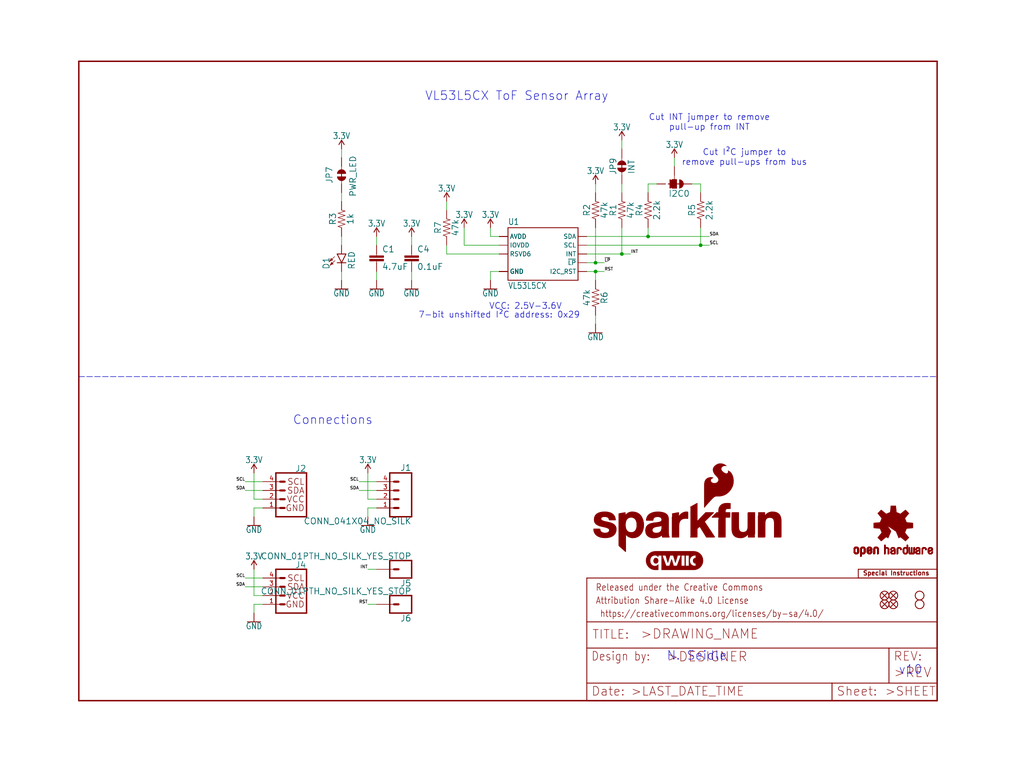
<source format=kicad_sch>
(kicad_sch (version 20211123) (generator eeschema)
  (paper "User" 297.002 223.926)
  (lib_symbols
    (symbol "schematicEagle-eagle-import:0.1UF-0402T-6.3V-10%-X7R"
      (property "Reference" "C" (at 1.524 2.921 0))
      (property "Value" "0.1UF-0402T-6.3V-10%-X7R" (at 1.524 -2.159 0))
      (symbol "0.1UF-0402T-6.3V-10%-X7R_1_0"
        (pin passive line (at 0 5.08 270) (length 2.54) (name "1") (number "1"))
        (pin passive line (at 0 -2.54 90) (length 2.54) (name "2") (number "2"))
      )
    )
    (symbol "schematicEagle-eagle-import:1KOHM-0402T-1{slash}16W-1%"
      (property "Reference" "R" (at 0 1.524 0))
      (property "Value" "1KOHM-0402T-1{slash}16W-1%" (at 0 -1.524 0))
      (symbol "1KOHM-0402T-1{slash}16W-1%_1_0"
        (pin passive line (at -5.08 0 0) (length 2.54) (name "1") (number "1"))
        (pin passive line (at 5.08 0 180) (length 2.54) (name "2") (number "2"))
      )
    )
    (symbol "schematicEagle-eagle-import:2.2KOHM-0402T-1{slash}16W-1%"
      (property "Reference" "R" (at 0 1.524 0))
      (property "Value" "2.2KOHM-0402T-1{slash}16W-1%" (at 0 -1.524 0))
      (symbol "2.2KOHM-0402T-1{slash}16W-1%_1_0"
        (pin passive line (at -5.08 0 0) (length 2.54) (name "1") (number "1"))
        (pin passive line (at 5.08 0 180) (length 2.54) (name "2") (number "2"))
      )
    )
    (symbol "schematicEagle-eagle-import:3.3V" (power)
      (property "Value" "3.3V" (at 0 2.794 0))
      (symbol "3.3V_1_0"
        (pin power_in line (at 0 0 90) (length 2.54) (name "3.3V") (number "1"))
      )
    )
    (symbol "schematicEagle-eagle-import:4.7UF-0402_TIGHT-6.3V-20%-X5R"
      (property "Reference" "C" (at 1.524 2.921 0))
      (property "Value" "4.7UF-0402_TIGHT-6.3V-20%-X5R" (at 1.524 -2.159 0))
      (symbol "4.7UF-0402_TIGHT-6.3V-20%-X5R_1_0"
        (pin passive line (at 0 5.08 270) (length 2.54) (name "1") (number "1"))
        (pin passive line (at 0 -2.54 90) (length 2.54) (name "2") (number "2"))
      )
    )
    (symbol "schematicEagle-eagle-import:47KOHM-0402-1{slash}10W-1%"
      (property "Reference" "R" (at 0 1.524 0))
      (property "Value" "47KOHM-0402-1{slash}10W-1%" (at 0 -1.524 0))
      (symbol "47KOHM-0402-1{slash}10W-1%_1_0"
        (pin passive line (at -5.08 0 0) (length 2.54) (name "1") (number "1"))
        (pin passive line (at 5.08 0 180) (length 2.54) (name "2") (number "2"))
      )
    )
    (symbol "schematicEagle-eagle-import:CONN_01PTH_NO_SILK_YES_STOP"
      (property "Reference" "J" (at -2.54 3.048 0))
      (property "Value" "CONN_01PTH_NO_SILK_YES_STOP" (at -2.54 -4.826 0))
      (symbol "CONN_01PTH_NO_SILK_YES_STOP_1_0"
        (pin passive line (at 7.62 0 180) (length 5.08) (name "1") (number "1"))
      )
    )
    (symbol "schematicEagle-eagle-import:CONN_041X04_NO_SILK"
      (property "Reference" "J" (at -5.08 8.128 0))
      (property "Value" "CONN_041X04_NO_SILK" (at -5.08 -7.366 0))
      (symbol "CONN_041X04_NO_SILK_1_0"
        (pin passive line (at 5.08 -2.54 180) (length 5.08) (name "1") (number "1"))
        (pin passive line (at 5.08 0 180) (length 5.08) (name "2") (number "2"))
        (pin passive line (at 5.08 2.54 180) (length 5.08) (name "3") (number "3"))
        (pin passive line (at 5.08 5.08 180) (length 5.08) (name "4") (number "4"))
      )
    )
    (symbol "schematicEagle-eagle-import:FIDUCIALUFIDUCIAL")
    (symbol "schematicEagle-eagle-import:FRAME-LETTER"
      (symbol "FRAME-LETTER_2_0"
        (text " https://creativecommons.org/licenses/by-sa/4.0/" (at 2.54 24.13 0) (effects (font (size 1.9304 1.6408)) (justify left bottom)))
        (text ">DESIGNER" (at 23.114 11.176 0) (effects (font (size 2.7432 2.7432)) (justify left bottom)))
        (text ">DRAWING_NAME" (at 15.494 17.78 0) (effects (font (size 2.7432 2.7432)) (justify left bottom)))
        (text ">LAST_DATE_TIME" (at 12.7 1.27 0) (effects (font (size 2.54 2.54)) (justify left bottom)))
        (text ">REV" (at 88.9 6.604 0) (effects (font (size 2.7432 2.7432)) (justify left bottom)))
        (text ">SHEET" (at 86.36 1.27 0) (effects (font (size 2.54 2.54)) (justify left bottom)))
        (text "Attribution Share-Alike 4.0 License" (at 2.54 27.94 0) (effects (font (size 1.9304 1.6408)) (justify left bottom)))
        (text "Date:" (at 1.27 1.27 0) (effects (font (size 2.54 2.54)) (justify left bottom)))
        (text "Design by:" (at 1.27 11.43 0) (effects (font (size 2.54 2.159)) (justify left bottom)))
        (text "Released under the Creative Commons" (at 2.54 31.75 0) (effects (font (size 1.9304 1.6408)) (justify left bottom)))
        (text "REV:" (at 88.9 11.43 0) (effects (font (size 2.54 2.54)) (justify left bottom)))
        (text "Sheet:" (at 72.39 1.27 0) (effects (font (size 2.54 2.54)) (justify left bottom)))
        (text "TITLE:" (at 1.524 17.78 0) (effects (font (size 2.54 2.54)) (justify left bottom)))
      )
    )
    (symbol "schematicEagle-eagle-import:GND" (power)
      (property "Value" "GND" (at 0 -0.254 0))
      (symbol "GND_1_0"
        (pin power_in line (at 0 2.54 270) (length 2.54) (name "GND") (number "1"))
      )
    )
    (symbol "schematicEagle-eagle-import:JUMPER-SMT_2_NC_TRACE_SILK"
      (property "Reference" "JP" (at 0 3.048 0))
      (property "Value" "JUMPER-SMT_2_NC_TRACE_SILK" (at 0 -3.048 0))
      (symbol "JUMPER-SMT_2_NC_TRACE_SILK_1_0"
        (pin passive line (at -5.08 0 0) (length 2.54) (name "1") (number "1"))
        (pin passive line (at 5.08 0 180) (length 2.54) (name "2") (number "2"))
      )
    )
    (symbol "schematicEagle-eagle-import:JUMPER-SMT_3_2-NC_TRACE_SILK"
      (property "Reference" "JP" (at 6.096 1.524 0))
      (property "Value" "JUMPER-SMT_3_2-NC_TRACE_SILK" (at 6.858 -1.524 0))
      (symbol "JUMPER-SMT_3_2-NC_TRACE_SILK_1_0"
        (pin passive line (at 0 5.08 270) (length 2.54) (name "1") (number "1"))
        (pin passive line (at -5.08 0 0) (length 2.54) (name "2") (number "2"))
        (pin passive line (at 0 -5.08 90) (length 2.54) (name "3") (number "3"))
      )
    )
    (symbol "schematicEagle-eagle-import:LED-RED0603"
      (property "Reference" "D" (at -3.429 -4.572 90))
      (property "Value" "LED-RED0603" (at 1.905 -4.572 90))
      (symbol "LED-RED0603_1_0"
        (pin passive line (at 0 2.54 270) (length 2.54) (name "A") (number "A"))
        (pin passive line (at 0 -5.08 90) (length 2.54) (name "C") (number "C"))
      )
    )
    (symbol "schematicEagle-eagle-import:OSHW-LOGONO_SILK")
    (symbol "schematicEagle-eagle-import:QWIIC_CONNECTOR"
      (property "Reference" "J" (at -5.08 7.874 0))
      (property "Value" "QWIIC_CONNECTOR" (at -5.08 -5.334 0))
      (symbol "QWIIC_CONNECTOR_1_0"
        (text "GND" (at -4.572 -2.54 0) (effects (font (size 1.778 1.778)) (justify left)))
        (text "SCL" (at -4.572 5.08 0) (effects (font (size 1.778 1.778)) (justify left)))
        (text "SDA" (at -4.572 2.54 0) (effects (font (size 1.778 1.778)) (justify left)))
        (text "VCC" (at -4.572 0 0) (effects (font (size 1.778 1.778)) (justify left)))
        (pin power_in line (at 7.62 -2.54 180) (length 5.08) (name "1") (number "1"))
        (pin power_in line (at 7.62 0 180) (length 5.08) (name "2") (number "2"))
        (pin passive line (at 7.62 2.54 180) (length 5.08) (name "3") (number "3"))
        (pin passive line (at 7.62 5.08 180) (length 5.08) (name "4") (number "4"))
      )
    )
    (symbol "schematicEagle-eagle-import:QWIIC_LOGO_CONNECTOR")
    (symbol "schematicEagle-eagle-import:SFE_LOGO_NAME6_MM")
    (symbol "schematicEagle-eagle-import:SFE_LOGO_NAME_FLAME8_MM")
    (symbol "schematicEagle-eagle-import:SPECIAL_INSTRUCTIONS-ORDERING"
      (symbol "SPECIAL_INSTRUCTIONS-ORDERING_1_0"
        (text "Special Instructions" (at 1.27 0.6985 0) (effects (font (size 1.27 1.27) (thickness 0.254) bold) (justify left bottom)))
      )
    )
    (symbol "schematicEagle-eagle-import:STAND-OFF")
    (symbol "schematicEagle-eagle-import:VL53L5CX"
      (property "Reference" "U" (at -10.16 8.382 0))
      (property "Value" "VL53L5CX" (at -10.16 -10.16 0))
      (symbol "VL53L5CX_1_0"
        (pin bidirectional line (at 12.7 -5.08 180) (length 2.54) (name "I2C_RST") (number "A1"))
        (pin bidirectional line (at -12.7 -5.08 0) (length 2.54) (name "GND") (number "A2"))
        (pin bidirectional line (at 12.7 0 180) (length 2.54) (name "INT") (number "A3"))
        (pin bidirectional line (at -12.7 2.54 0) (length 2.54) (name "IOVDD") (number "A4"))
        (pin bidirectional line (at 12.7 -2.54 180) (length 2.54) (name "~{LP}") (number "A5"))
        (pin bidirectional line (at -12.7 -5.08 0) (length 2.54) (name "GND") (number "A6"))
        (pin bidirectional line (at -12.7 -5.08 0) (length 2.54) (name "GND") (number "A7"))
        (pin bidirectional line (at -12.7 5.08 0) (length 2.54) (name "AVDD") (number "B1"))
        (pin bidirectional line (at -12.7 -5.08 0) (length 2.54) (name "GND") (number "B4"))
        (pin bidirectional line (at -12.7 5.08 0) (length 2.54) (name "AVDD") (number "B7"))
        (pin bidirectional line (at -12.7 -5.08 0) (length 2.54) (name "GND") (number "C1"))
        (pin bidirectional line (at -12.7 0 0) (length 2.54) (name "RSVD6") (number "C2"))
        (pin bidirectional line (at 12.7 5.08 180) (length 2.54) (name "SDA") (number "C3"))
        (pin bidirectional line (at 12.7 2.54 180) (length 2.54) (name "SCL") (number "C4"))
        (pin bidirectional line (at -12.7 -5.08 0) (length 2.54) (name "GND") (number "C6"))
        (pin bidirectional line (at -12.7 -5.08 0) (length 2.54) (name "GND") (number "C7"))
      )
    )
  )
  (junction (at 172.72 78.74))
  (junction (at 180.34 73.66))
  (junction (at 172.72 76.2))
  (junction (at 203.2 71.12))
  (junction (at 187.96 68.58))
  (wire (pts (xy 76.2 142.24) (xy 71.12 142.24)))
  (wire (pts (xy 172.72 81.28) (xy 172.72 78.74)))
  (wire (pts (xy 195.58 45.72) (xy 195.58 48.26)))
  (wire (pts (xy 76.2 144.78) (xy 73.66 144.78)))
  (wire (pts (xy 187.96 68.58) (xy 205.74 68.58)))
  (wire (pts (xy 187.96 53.34) (xy 190.5 53.34)))
  (wire (pts (xy 99.06 43.18) (xy 99.06 45.72)))
  (wire (pts (xy 73.66 175.26) (xy 73.66 177.8)))
  (wire (pts (xy 180.34 53.34) (xy 180.34 55.88)))
  (wire (pts (xy 109.22 81.28) (xy 109.22 78.74)))
  (wire (pts (xy 109.22 144.78) (xy 106.68 144.78)))
  (wire (pts (xy 76.2 170.18) (xy 71.12 170.18)))
  (wire (pts (xy 76.2 139.7) (xy 71.12 139.7)))
  (wire (pts (xy 203.2 55.88) (xy 203.2 53.34)))
  (wire (pts (xy 170.18 76.2) (xy 172.72 76.2)))
  (wire (pts (xy 129.54 73.66) (xy 129.54 71.12)))
  (wire (pts (xy 180.34 43.18) (xy 180.34 40.64)))
  (wire (pts (xy 142.24 78.74) (xy 142.24 81.28)))
  (wire (pts (xy 172.72 66.04) (xy 172.72 76.2)))
  (wire (pts (xy 172.72 78.74) (xy 175.26 78.74)))
  (wire (pts (xy 144.78 71.12) (xy 134.62 71.12)))
  (wire (pts (xy 73.66 147.32) (xy 73.66 149.86)))
  (wire (pts (xy 144.78 78.74) (xy 142.24 78.74)))
  (wire (pts (xy 109.22 139.7) (xy 104.14 139.7)))
  (wire (pts (xy 129.54 58.42) (xy 129.54 60.96)))
  (wire (pts (xy 203.2 53.34) (xy 200.66 53.34)))
  (wire (pts (xy 76.2 167.64) (xy 71.12 167.64)))
  (wire (pts (xy 134.62 71.12) (xy 134.62 66.04)))
  (wire (pts (xy 142.24 66.04) (xy 142.24 68.58)))
  (wire (pts (xy 187.96 68.58) (xy 187.96 66.04)))
  (wire (pts (xy 119.38 71.12) (xy 119.38 68.58)))
  (wire (pts (xy 109.22 147.32) (xy 106.68 147.32)))
  (wire (pts (xy 76.2 175.26) (xy 73.66 175.26)))
  (wire (pts (xy 170.18 71.12) (xy 203.2 71.12)))
  (wire (pts (xy 73.66 172.72) (xy 73.66 165.1)))
  (wire (pts (xy 144.78 68.58) (xy 142.24 68.58)))
  (wire (pts (xy 109.22 68.58) (xy 109.22 71.12)))
  (wire (pts (xy 170.18 68.58) (xy 187.96 68.58)))
  (wire (pts (xy 172.72 93.98) (xy 172.72 91.44)))
  (wire (pts (xy 99.06 71.12) (xy 99.06 68.58)))
  (wire (pts (xy 73.66 144.78) (xy 73.66 137.16)))
  (wire (pts (xy 106.68 147.32) (xy 106.68 149.86)))
  (wire (pts (xy 172.72 76.2) (xy 175.26 76.2)))
  (wire (pts (xy 180.34 66.04) (xy 180.34 73.66)))
  (wire (pts (xy 144.78 73.66) (xy 129.54 73.66)))
  (wire (pts (xy 76.2 147.32) (xy 73.66 147.32)))
  (wire (pts (xy 180.34 73.66) (xy 182.88 73.66)))
  (wire (pts (xy 76.2 172.72) (xy 73.66 172.72)))
  (wire (pts (xy 203.2 71.12) (xy 205.74 71.12)))
  (wire (pts (xy 170.18 73.66) (xy 180.34 73.66)))
  (wire (pts (xy 109.22 165.1) (xy 106.68 165.1)))
  (wire (pts (xy 187.96 55.88) (xy 187.96 53.34)))
  (polyline (pts (xy 22.86 109.22) (xy 271.78 109.22)))
  (wire (pts (xy 99.06 81.28) (xy 99.06 78.74)))
  (wire (pts (xy 109.22 142.24) (xy 104.14 142.24)))
  (wire (pts (xy 106.68 144.78) (xy 106.68 137.16)))
  (wire (pts (xy 109.22 175.26) (xy 106.68 175.26)))
  (wire (pts (xy 119.38 78.74) (xy 119.38 81.28)))
  (wire (pts (xy 170.18 78.74) (xy 172.72 78.74)))
  (wire (pts (xy 172.72 53.34) (xy 172.72 55.88)))
  (wire (pts (xy 99.06 55.88) (xy 99.06 58.42)))
  (wire (pts (xy 203.2 71.12) (xy 203.2 66.04)))
  (text "N. Seidle" (at 193.294 191.77 180) (effects (font (size 2.54 2.54)) (justify left bottom)))
  (text "Connections" (at 96.52 121.92 180) (effects (font (size 2.54 2.54))))
  (text "7-bit unshifted I²C address: 0x29" (at 144.78 91.44 180) (effects (font (size 1.778 1.778))))
  (text "VCC: 2.5V-3.6V" (at 152.4 88.9 180) (effects (font (size 1.778 1.778))))
  (text "Cut INT jumper to remove\npull-up from INT" (at 205.74 35.56 180) (effects (font (size 1.778 1.778))))
  (text "v10" (at 260.604 195.834 180) (effects (font (size 2.54 2.54)) (justify left bottom)))
  (text "Cut I²C jumper to\nremove pull-ups from bus" (at 215.9 45.72 180) (effects (font (size 1.778 1.778))))
  (text "VL53L5CX ToF Sensor Array" (at 149.86 27.94 180) (effects (font (size 2.54 2.54))))
  (label "INT" (at 106.68 165.1 180) (effects (font (size 0.889 0.889))))
  (label "INT" (at 182.88 73.66 0) (effects (font (size 0.889 0.889))))
  (label "SCL" (at 205.74 71.12 0) (effects (font (size 0.889 0.889))))
  (label "RST" (at 175.26 78.74 0) (effects (font (size 0.889 0.889))))
  (label "SCL" (at 71.12 167.64 180) (effects (font (size 0.889 0.889))))
  (label "RST" (at 106.68 175.26 180) (effects (font (size 0.889 0.889))))
  (label "SDA" (at 71.12 170.18 180) (effects (font (size 0.889 0.889))))
  (label "SCL" (at 104.14 139.7 180) (effects (font (size 0.889 0.889))))
  (label "SCL" (at 71.12 139.7 180) (effects (font (size 0.889 0.889))))
  (label "~{LP}" (at 175.26 76.2 0) (effects (font (size 0.889 0.889))))
  (label "SDA" (at 104.14 142.24 180) (effects (font (size 0.889 0.889))))
  (label "SDA" (at 205.74 68.58 0) (effects (font (size 0.889 0.889))))
  (label "SDA" (at 71.12 142.24 180) (effects (font (size 0.889 0.889))))
  (symbol (lib_id "schematicEagle-eagle-import:QWIIC_LOGO_CONNECTOR") (at 195.58 162.56 0) (unit 1)
    (property "Reference" "LOGO3" (effects hide))
    (property "Value" "QWIIC_LOGO_CONNECTOR" (effects hide))
    (property "Footprint" "schematicEagle:QWIIC_5.5MM" (effects hide))
  )
  (symbol (lib_id "schematicEagle-eagle-import:JUMPER-SMT_2_NC_TRACE_SILK") (at 99.06 50.8 90) (unit 1)
    (property "Reference" "JP7" (at 96.52 53.34 0) (effects (font (size 1.778 1.778)) (justify left bottom)))
    (property "Value" "PWR_LED" (at 101.346 57.15 0) (effects (font (size 1.778 1.778)) (justify left top)))
    (property "Footprint" "schematicEagle:SMT-JUMPER_2_NC_TRACE_SILK" (effects hide))
  )
  (symbol (lib_id "schematicEagle-eagle-import:JUMPER-SMT_3_2-NC_TRACE_SILK") (at 195.58 53.34 270) (unit 1)
    (property "Reference" "I2C0" (at 193.802 57.15 90) (effects (font (size 1.778 1.778)) (justify left bottom)))
    (property "Value" "JUMPER-SMT_3_2-NC_TRACE_SILK" (effects hide))
    (property "Footprint" "schematicEagle:SMT-JUMPER_3_2-NC_TRACE_SILK" (effects hide))
  )
  (symbol (lib_id "schematicEagle-eagle-import:STAND-OFF") (at 266.7 172.72 0) (unit 1)
    (property "Reference" "JP10" (effects hide))
    (property "Value" "STAND-OFF" (effects hide))
    (property "Footprint" "schematicEagle:STAND-OFF" (effects hide))
  )
  (symbol (lib_id "schematicEagle-eagle-import:FIDUCIALUFIDUCIAL") (at 256.54 175.26 0) (unit 1)
    (property "Reference" "JP5" (effects hide))
    (property "Value" "FIDUCIALUFIDUCIAL" (effects hide))
    (property "Footprint" "schematicEagle:FIDUCIAL-MICRO" (effects hide))
  )
  (symbol (lib_id "schematicEagle-eagle-import:FIDUCIALUFIDUCIAL") (at 259.08 175.26 0) (unit 1)
    (property "Reference" "JP1" (effects hide))
    (property "Value" "FIDUCIALUFIDUCIAL" (effects hide))
    (property "Footprint" "schematicEagle:FIDUCIAL-MICRO" (effects hide))
  )
  (symbol (lib_id "schematicEagle-eagle-import:SFE_LOGO_NAME_FLAME8_MM") (at 171.45 160.274 0) (unit 1)
    (property "Reference" "LOGO1" (effects hide))
    (property "Value" "SFE_LOGO_NAME_FLAME8_MM" (effects hide))
    (property "Footprint" "schematicEagle:SFE_LOGO_NAME_FLAME_8MM" (effects hide))
  )
  (symbol (lib_id "schematicEagle-eagle-import:3.3V") (at 73.66 165.1 0) (unit 1)
    (property "Reference" "#SUPPLY8" (effects hide))
    (property "Value" "3.3V" (at 73.66 162.306 0) (effects (font (size 1.778 1.5113)) (justify bottom)))
    (property "Footprint" "schematicEagle:" (effects hide))
  )
  (symbol (lib_id "schematicEagle-eagle-import:3.3V") (at 172.72 53.34 0) (unit 1)
    (property "Reference" "#SUPPLY2" (effects hide))
    (property "Value" "3.3V" (at 172.72 50.546 0) (effects (font (size 1.778 1.5113)) (justify bottom)))
    (property "Footprint" "schematicEagle:" (effects hide))
  )
  (symbol (lib_id "schematicEagle-eagle-import:GND") (at 142.24 83.82 0) (unit 1)
    (property "Reference" "#GND4" (effects hide))
    (property "Value" "GND" (at 142.24 84.074 0) (effects (font (size 1.778 1.5113)) (justify top)))
    (property "Footprint" "schematicEagle:" (effects hide))
  )
  (symbol (lib_id "schematicEagle-eagle-import:VL53L5CX") (at 157.48 73.66 0) (unit 1)
    (property "Reference" "U1" (at 147.32 65.278 0) (effects (font (size 1.778 1.5113)) (justify left bottom)))
    (property "Value" "VL53L5CX" (at 147.32 83.82 0) (effects (font (size 1.778 1.5113)) (justify left bottom)))
    (property "Footprint" "schematicEagle:VL53L5CX" (effects hide))
  )
  (symbol (lib_id "schematicEagle-eagle-import:47KOHM-0402-1{slash}10W-1%") (at 180.34 60.96 90) (unit 1)
    (property "Reference" "R1" (at 178.816 60.96 0) (effects (font (size 1.778 1.778)) (justify bottom)))
    (property "Value" "47k" (at 181.864 60.96 0) (effects (font (size 1.778 1.778)) (justify top)))
    (property "Footprint" "schematicEagle:0402-TIGHT" (effects hide))
  )
  (symbol (lib_id "schematicEagle-eagle-import:47KOHM-0402-1{slash}10W-1%") (at 129.54 66.04 90) (unit 1)
    (property "Reference" "R7" (at 128.016 66.04 0) (effects (font (size 1.778 1.778)) (justify bottom)))
    (property "Value" "47k" (at 131.064 66.04 0) (effects (font (size 1.778 1.778)) (justify top)))
    (property "Footprint" "schematicEagle:0402-TIGHT" (effects hide))
  )
  (symbol (lib_id "schematicEagle-eagle-import:4.7UF-0402_TIGHT-6.3V-20%-X5R") (at 109.22 76.2 0) (unit 1)
    (property "Reference" "C1" (at 110.744 73.279 0) (effects (font (size 1.778 1.778)) (justify left bottom)))
    (property "Value" "4.7uF" (at 110.744 78.359 0) (effects (font (size 1.778 1.778)) (justify left bottom)))
    (property "Footprint" "schematicEagle:0402-TIGHT" (effects hide))
  )
  (symbol (lib_id "schematicEagle-eagle-import:3.3V") (at 142.24 66.04 0) (unit 1)
    (property "Reference" "#SUPPLY14" (effects hide))
    (property "Value" "3.3V" (at 142.24 63.246 0) (effects (font (size 1.778 1.5113)) (justify bottom)))
    (property "Footprint" "schematicEagle:" (effects hide))
  )
  (symbol (lib_id "schematicEagle-eagle-import:CONN_01PTH_NO_SILK_YES_STOP") (at 116.84 175.26 180) (unit 1)
    (property "Reference" "J6" (at 119.38 178.308 0) (effects (font (size 1.778 1.778)) (justify left bottom)))
    (property "Value" "CONN_01PTH_NO_SILK_YES_STOP" (at 119.38 170.434 0) (effects (font (size 1.778 1.778)) (justify left bottom)))
    (property "Footprint" "schematicEagle:1X01_NO_SILK" (effects hide))
  )
  (symbol (lib_id "schematicEagle-eagle-import:3.3V") (at 180.34 40.64 0) (unit 1)
    (property "Reference" "#SUPPLY3" (effects hide))
    (property "Value" "3.3V" (at 180.34 37.846 0) (effects (font (size 1.778 1.5113)) (justify bottom)))
    (property "Footprint" "schematicEagle:" (effects hide))
  )
  (symbol (lib_id "schematicEagle-eagle-import:1KOHM-0402T-1{slash}16W-1%") (at 99.06 63.5 90) (unit 1)
    (property "Reference" "R3" (at 97.536 63.5 0) (effects (font (size 1.778 1.778)) (justify bottom)))
    (property "Value" "1k" (at 100.584 63.5 0) (effects (font (size 1.778 1.778)) (justify top)))
    (property "Footprint" "schematicEagle:0402-TIGHT" (effects hide))
  )
  (symbol (lib_id "schematicEagle-eagle-import:FIDUCIALUFIDUCIAL") (at 259.08 172.72 0) (unit 1)
    (property "Reference" "JP6" (effects hide))
    (property "Value" "FIDUCIALUFIDUCIAL" (effects hide))
    (property "Footprint" "schematicEagle:FIDUCIAL-MICRO" (effects hide))
  )
  (symbol (lib_id "schematicEagle-eagle-import:CONN_041X04_NO_SILK") (at 114.3 144.78 0) (mirror y) (unit 1)
    (property "Reference" "J1" (at 119.38 136.652 0) (effects (font (size 1.778 1.778)) (justify left bottom)))
    (property "Value" "CONN_041X04_NO_SILK" (at 119.38 152.146 0) (effects (font (size 1.778 1.778)) (justify left bottom)))
    (property "Footprint" "schematicEagle:1X04_NO_SILK" (effects hide))
  )
  (symbol (lib_id "schematicEagle-eagle-import:STAND-OFF") (at 266.7 175.26 0) (unit 1)
    (property "Reference" "JP11" (effects hide))
    (property "Value" "STAND-OFF" (effects hide))
    (property "Footprint" "schematicEagle:STAND-OFF" (effects hide))
  )
  (symbol (lib_id "schematicEagle-eagle-import:SFE_LOGO_NAME6_MM") (at 170.18 160.02 0) (unit 1)
    (property "Reference" "LOGO4" (effects hide))
    (property "Value" "SFE_LOGO_NAME6_MM" (effects hide))
    (property "Footprint" "schematicEagle:SFE_LOGO_NAME_6MM" (effects hide))
  )
  (symbol (lib_id "schematicEagle-eagle-import:GND") (at 106.68 152.4 0) (unit 1)
    (property "Reference" "#GND6" (effects hide))
    (property "Value" "GND" (at 106.68 152.654 0) (effects (font (size 1.778 1.5113)) (justify top)))
    (property "Footprint" "schematicEagle:" (effects hide))
  )
  (symbol (lib_id "schematicEagle-eagle-import:3.3V") (at 73.66 137.16 0) (unit 1)
    (property "Reference" "#SUPPLY4" (effects hide))
    (property "Value" "3.3V" (at 73.66 134.366 0) (effects (font (size 1.778 1.5113)) (justify bottom)))
    (property "Footprint" "schematicEagle:" (effects hide))
  )
  (symbol (lib_id "schematicEagle-eagle-import:FRAME-LETTER") (at 170.18 203.2 0) (unit 2)
    (property "Reference" "FRAME1" (effects hide))
    (property "Value" "FRAME-LETTER" (effects hide))
    (property "Footprint" "schematicEagle:CREATIVE_COMMONS" (effects hide))
  )
  (symbol (lib_id "schematicEagle-eagle-import:47KOHM-0402-1{slash}10W-1%") (at 172.72 86.36 270) (unit 1)
    (property "Reference" "R6" (at 174.244 86.36 0) (effects (font (size 1.778 1.778)) (justify bottom)))
    (property "Value" "47k" (at 171.196 86.36 0) (effects (font (size 1.778 1.778)) (justify top)))
    (property "Footprint" "schematicEagle:0402-TIGHT" (effects hide))
  )
  (symbol (lib_id "schematicEagle-eagle-import:3.3V") (at 119.38 68.58 0) (unit 1)
    (property "Reference" "#SUPPLY1" (effects hide))
    (property "Value" "3.3V" (at 119.38 65.786 0) (effects (font (size 1.778 1.5113)) (justify bottom)))
    (property "Footprint" "schematicEagle:" (effects hide))
  )
  (symbol (lib_id "schematicEagle-eagle-import:GND") (at 99.06 83.82 0) (unit 1)
    (property "Reference" "#GND1" (effects hide))
    (property "Value" "GND" (at 99.06 84.074 0) (effects (font (size 1.778 1.5113)) (justify top)))
    (property "Footprint" "schematicEagle:" (effects hide))
  )
  (symbol (lib_id "schematicEagle-eagle-import:JUMPER-SMT_2_NC_TRACE_SILK") (at 180.34 48.26 90) (unit 1)
    (property "Reference" "JP9" (at 178.816 50.8 0) (effects (font (size 1.778 1.778)) (justify left bottom)))
    (property "Value" "INT" (at 184.15 50.546 0) (effects (font (size 1.778 1.778)) (justify left bottom)))
    (property "Footprint" "schematicEagle:SMT-JUMPER_2_NC_TRACE_SILK" (effects hide))
  )
  (symbol (lib_id "schematicEagle-eagle-import:3.3V") (at 106.68 137.16 0) (unit 1)
    (property "Reference" "#SUPPLY7" (effects hide))
    (property "Value" "3.3V" (at 106.68 134.366 0) (effects (font (size 1.778 1.5113)) (justify bottom)))
    (property "Footprint" "schematicEagle:" (effects hide))
  )
  (symbol (lib_id "schematicEagle-eagle-import:3.3V") (at 99.06 43.18 0) (unit 1)
    (property "Reference" "#SUPPLY10" (effects hide))
    (property "Value" "3.3V" (at 99.06 40.386 0) (effects (font (size 1.778 1.5113)) (justify bottom)))
    (property "Footprint" "schematicEagle:" (effects hide))
  )
  (symbol (lib_id "schematicEagle-eagle-import:2.2KOHM-0402T-1{slash}16W-1%") (at 203.2 60.96 90) (unit 1)
    (property "Reference" "R5" (at 201.676 60.96 0) (effects (font (size 1.778 1.778)) (justify bottom)))
    (property "Value" "2.2k" (at 204.724 60.96 0) (effects (font (size 1.778 1.778)) (justify top)))
    (property "Footprint" "schematicEagle:0402-TIGHT" (effects hide))
  )
  (symbol (lib_id "schematicEagle-eagle-import:FIDUCIALUFIDUCIAL") (at 256.54 172.72 0) (unit 1)
    (property "Reference" "JP2" (effects hide))
    (property "Value" "FIDUCIALUFIDUCIAL" (effects hide))
    (property "Footprint" "schematicEagle:FIDUCIAL-MICRO" (effects hide))
  )
  (symbol (lib_id "schematicEagle-eagle-import:GND") (at 119.38 83.82 0) (unit 1)
    (property "Reference" "#GND3" (effects hide))
    (property "Value" "GND" (at 119.38 84.074 0) (effects (font (size 1.778 1.5113)) (justify top)))
    (property "Footprint" "schematicEagle:" (effects hide))
  )
  (symbol (lib_id "schematicEagle-eagle-import:CONN_01PTH_NO_SILK_YES_STOP") (at 116.84 165.1 180) (unit 1)
    (property "Reference" "J5" (at 119.38 168.148 0) (effects (font (size 1.778 1.778)) (justify left bottom)))
    (property "Value" "CONN_01PTH_NO_SILK_YES_STOP" (at 119.38 160.274 0) (effects (font (size 1.778 1.778)) (justify left bottom)))
    (property "Footprint" "schematicEagle:1X01_NO_SILK" (effects hide))
  )
  (symbol (lib_id "schematicEagle-eagle-import:2.2KOHM-0402T-1{slash}16W-1%") (at 187.96 60.96 90) (unit 1)
    (property "Reference" "R4" (at 186.436 60.96 0) (effects (font (size 1.778 1.778)) (justify bottom)))
    (property "Value" "2.2k" (at 189.484 60.96 0) (effects (font (size 1.778 1.778)) (justify top)))
    (property "Footprint" "schematicEagle:0402-TIGHT" (effects hide))
  )
  (symbol (lib_id "schematicEagle-eagle-import:3.3V") (at 129.54 58.42 0) (unit 1)
    (property "Reference" "#SUPPLY12" (effects hide))
    (property "Value" "3.3V" (at 129.54 55.626 0) (effects (font (size 1.778 1.5113)) (justify bottom)))
    (property "Footprint" "schematicEagle:" (effects hide))
  )
  (symbol (lib_id "schematicEagle-eagle-import:LED-RED0603") (at 99.06 73.66 0) (unit 1)
    (property "Reference" "D1" (at 95.631 78.232 90) (effects (font (size 1.778 1.778)) (justify left bottom)))
    (property "Value" "RED" (at 100.965 78.232 90) (effects (font (size 1.778 1.778)) (justify left top)))
    (property "Footprint" "schematicEagle:LED-0603" (effects hide))
  )
  (symbol (lib_id "schematicEagle-eagle-import:QWIIC_CONNECTOR") (at 83.82 144.78 0) (mirror y) (unit 1)
    (property "Reference" "J2" (at 88.9 136.906 0) (effects (font (size 1.778 1.778)) (justify left bottom)))
    (property "Value" "Vertical Qwiic Connector" (effects hide))
    (property "Footprint" "schematicEagle:JST04_1MM_VERT" (effects hide))
  )
  (symbol (lib_id "schematicEagle-eagle-import:SPECIAL_INSTRUCTIONS-ORDERING") (at 248.92 167.64 0) (unit 1)
    (property "Reference" "LOGO5" (effects hide))
    (property "Value" "SPECIAL_INSTRUCTIONS-ORDERING" (effects hide))
    (property "Footprint" "schematicEagle:ORDERING_INSTRUCTIONS" (effects hide))
  )
  (symbol (lib_id "schematicEagle-eagle-import:3.3V") (at 134.62 66.04 0) (unit 1)
    (property "Reference" "#SUPPLY13" (effects hide))
    (property "Value" "3.3V" (at 134.62 63.246 0) (effects (font (size 1.778 1.5113)) (justify bottom)))
    (property "Footprint" "schematicEagle:" (effects hide))
  )
  (symbol (lib_id "schematicEagle-eagle-import:GND") (at 73.66 152.4 0) (unit 1)
    (property "Reference" "#GND5" (effects hide))
    (property "Value" "GND" (at 73.66 152.654 0) (effects (font (size 1.778 1.5113)) (justify top)))
    (property "Footprint" "schematicEagle:" (effects hide))
  )
  (symbol (lib_id "schematicEagle-eagle-import:0.1UF-0402T-6.3V-10%-X7R") (at 119.38 76.2 0) (unit 1)
    (property "Reference" "C4" (at 120.904 73.279 0) (effects (font (size 1.778 1.778)) (justify left bottom)))
    (property "Value" "0.1uF" (at 120.904 78.359 0) (effects (font (size 1.778 1.778)) (justify left bottom)))
    (property "Footprint" "schematicEagle:0402-TIGHT" (effects hide))
  )
  (symbol (lib_id "schematicEagle-eagle-import:GND") (at 73.66 180.34 0) (unit 1)
    (property "Reference" "#GND7" (effects hide))
    (property "Value" "GND" (at 73.66 180.594 0) (effects (font (size 1.778 1.5113)) (justify top)))
    (property "Footprint" "schematicEagle:" (effects hide))
  )
  (symbol (lib_id "schematicEagle-eagle-import:GND") (at 172.72 96.52 0) (unit 1)
    (property "Reference" "#GND9" (effects hide))
    (property "Value" "GND" (at 172.72 96.774 0) (effects (font (size 1.778 1.5113)) (justify top)))
    (property "Footprint" "schematicEagle:" (effects hide))
  )
  (symbol (lib_id "schematicEagle-eagle-import:OSHW-LOGONO_SILK") (at 259.08 152.4 0) (unit 1)
    (property "Reference" "LOGO2" (effects hide))
    (property "Value" "OSHW-LOGONO_SILK" (effects hide))
    (property "Footprint" "schematicEagle:DUMMY" (effects hide))
  )
  (symbol (lib_id "schematicEagle-eagle-import:GND") (at 109.22 83.82 0) (unit 1)
    (property "Reference" "#GND2" (effects hide))
    (property "Value" "GND" (at 109.22 84.074 0) (effects (font (size 1.778 1.5113)) (justify top)))
    (property "Footprint" "schematicEagle:" (effects hide))
  )
  (symbol (lib_id "schematicEagle-eagle-import:FRAME-LETTER") (at 22.86 203.2 0) (unit 1)
    (property "Reference" "FRAME1" (effects hide))
    (property "Value" "FRAME-LETTER" (effects hide))
    (property "Footprint" "schematicEagle:CREATIVE_COMMONS" (effects hide))
  )
  (symbol (lib_id "schematicEagle-eagle-import:QWIIC_CONNECTOR") (at 83.82 172.72 0) (mirror y) (unit 1)
    (property "Reference" "J4" (at 88.9 164.846 0) (effects (font (size 1.778 1.778)) (justify left bottom)))
    (property "Value" "Vertical Qwiic Connector" (effects hide))
    (property "Footprint" "schematicEagle:JST04_1MM_VERT" (effects hide))
  )
  (symbol (lib_id "schematicEagle-eagle-import:3.3V") (at 109.22 68.58 0) (unit 1)
    (property "Reference" "#SUPPLY18" (effects hide))
    (property "Value" "3.3V" (at 109.22 65.786 0) (effects (font (size 1.778 1.5113)) (justify bottom)))
    (property "Footprint" "schematicEagle:" (effects hide))
  )
  (symbol (lib_id "schematicEagle-eagle-import:47KOHM-0402-1{slash}10W-1%") (at 172.72 60.96 90) (unit 1)
    (property "Reference" "R2" (at 171.196 60.96 0) (effects (font (size 1.778 1.778)) (justify bottom)))
    (property "Value" "47k" (at 174.244 60.96 0) (effects (font (size 1.778 1.778)) (justify top)))
    (property "Footprint" "schematicEagle:0402-TIGHT" (effects hide))
  )
  (symbol (lib_id "schematicEagle-eagle-import:3.3V") (at 195.58 45.72 0) (unit 1)
    (property "Reference" "#SUPPLY5" (effects hide))
    (property "Value" "3.3V" (at 195.58 42.926 0) (effects (font (size 1.778 1.5113)) (justify bottom)))
    (property "Footprint" "schematicEagle:" (effects hide))
  )
)
</source>
